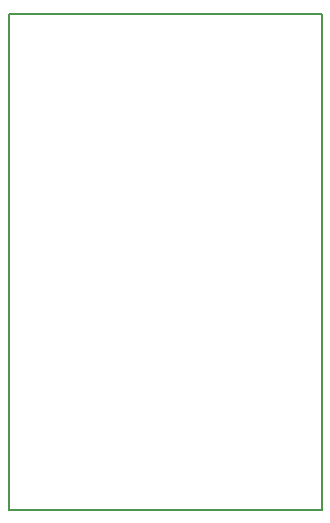
<source format=gm1>
G04 #@! TF.GenerationSoftware,KiCad,Pcbnew,6.0.1-79c1e3a40b~116~ubuntu21.04.1*
G04 #@! TF.CreationDate,2022-03-24T05:35:57+11:00*
G04 #@! TF.ProjectId,833iot,38333369-6f74-42e6-9b69-6361645f7063,rev?*
G04 #@! TF.SameCoordinates,Original*
G04 #@! TF.FileFunction,Profile,NP*
%FSLAX46Y46*%
G04 Gerber Fmt 4.6, Leading zero omitted, Abs format (unit mm)*
G04 Created by KiCad (PCBNEW 6.0.1-79c1e3a40b~116~ubuntu21.04.1) date 2022-03-24 05:35:57*
%MOMM*%
%LPD*%
G01*
G04 APERTURE LIST*
G04 #@! TA.AperFunction,Profile*
%ADD10C,0.150000*%
G04 #@! TD*
G04 APERTURE END LIST*
D10*
X40802533Y-21602775D02*
X40802533Y-63602775D01*
X14302533Y-63602775D02*
X14302533Y-21602775D01*
X14302533Y-21602775D02*
X40802533Y-21602775D01*
X40802533Y-63602775D02*
X14302533Y-63602775D01*
M02*

</source>
